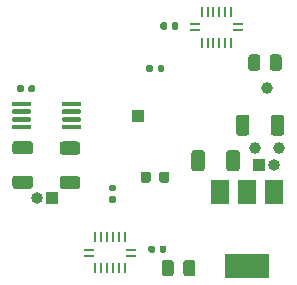
<source format=gbs>
G04 #@! TF.GenerationSoftware,KiCad,Pcbnew,(5.1.9-0-10_14)*
G04 #@! TF.CreationDate,2021-10-22T14:59:34+02:00*
G04 #@! TF.ProjectId,TFRAS_TOP,54465241-535f-4544-9f50-2e6b69636164,rev?*
G04 #@! TF.SameCoordinates,Original*
G04 #@! TF.FileFunction,Soldermask,Bot*
G04 #@! TF.FilePolarity,Negative*
%FSLAX46Y46*%
G04 Gerber Fmt 4.6, Leading zero omitted, Abs format (unit mm)*
G04 Created by KiCad (PCBNEW (5.1.9-0-10_14)) date 2021-10-22 14:59:34*
%MOMM*%
%LPD*%
G01*
G04 APERTURE LIST*
%ADD10R,0.240000X0.900000*%
%ADD11R,0.900000X0.240000*%
%ADD12O,1.000000X1.000000*%
%ADD13R,1.000000X1.000000*%
%ADD14R,1.500000X2.000000*%
%ADD15R,3.800000X2.000000*%
%ADD16C,0.990600*%
G04 APERTURE END LIST*
G36*
G01*
X34900000Y-43250001D02*
X34900000Y-42349999D01*
G75*
G02*
X35149999Y-42100000I249999J0D01*
G01*
X35675001Y-42100000D01*
G75*
G02*
X35925000Y-42349999I0J-249999D01*
G01*
X35925000Y-43250001D01*
G75*
G02*
X35675001Y-43500000I-249999J0D01*
G01*
X35149999Y-43500000D01*
G75*
G02*
X34900000Y-43250001I0J249999D01*
G01*
G37*
G36*
G01*
X33075000Y-43250001D02*
X33075000Y-42349999D01*
G75*
G02*
X33324999Y-42100000I249999J0D01*
G01*
X33850001Y-42100000D01*
G75*
G02*
X34100000Y-42349999I0J-249999D01*
G01*
X34100000Y-43250001D01*
G75*
G02*
X33850001Y-43500000I-249999J0D01*
G01*
X33324999Y-43500000D01*
G75*
G02*
X33075000Y-43250001I0J249999D01*
G01*
G37*
G36*
G01*
X42212500Y-25850001D02*
X42212500Y-24949999D01*
G75*
G02*
X42462499Y-24700000I249999J0D01*
G01*
X42987501Y-24700000D01*
G75*
G02*
X43237500Y-24949999I0J-249999D01*
G01*
X43237500Y-25850001D01*
G75*
G02*
X42987501Y-26100000I-249999J0D01*
G01*
X42462499Y-26100000D01*
G75*
G02*
X42212500Y-25850001I0J249999D01*
G01*
G37*
G36*
G01*
X40387500Y-25850001D02*
X40387500Y-24949999D01*
G75*
G02*
X40637499Y-24700000I249999J0D01*
G01*
X41162501Y-24700000D01*
G75*
G02*
X41412500Y-24949999I0J-249999D01*
G01*
X41412500Y-25850001D01*
G75*
G02*
X41162501Y-26100000I-249999J0D01*
G01*
X40637499Y-26100000D01*
G75*
G02*
X40387500Y-25850001I0J249999D01*
G01*
G37*
G36*
G01*
X22012500Y-28800000D02*
X22012500Y-29000000D01*
G75*
G02*
X21912500Y-29100000I-100000J0D01*
G01*
X20487500Y-29100000D01*
G75*
G02*
X20387500Y-29000000I0J100000D01*
G01*
X20387500Y-28800000D01*
G75*
G02*
X20487500Y-28700000I100000J0D01*
G01*
X21912500Y-28700000D01*
G75*
G02*
X22012500Y-28800000I0J-100000D01*
G01*
G37*
G36*
G01*
X22012500Y-29450000D02*
X22012500Y-29650000D01*
G75*
G02*
X21912500Y-29750000I-100000J0D01*
G01*
X20487500Y-29750000D01*
G75*
G02*
X20387500Y-29650000I0J100000D01*
G01*
X20387500Y-29450000D01*
G75*
G02*
X20487500Y-29350000I100000J0D01*
G01*
X21912500Y-29350000D01*
G75*
G02*
X22012500Y-29450000I0J-100000D01*
G01*
G37*
G36*
G01*
X22012500Y-30100000D02*
X22012500Y-30300000D01*
G75*
G02*
X21912500Y-30400000I-100000J0D01*
G01*
X20487500Y-30400000D01*
G75*
G02*
X20387500Y-30300000I0J100000D01*
G01*
X20387500Y-30100000D01*
G75*
G02*
X20487500Y-30000000I100000J0D01*
G01*
X21912500Y-30000000D01*
G75*
G02*
X22012500Y-30100000I0J-100000D01*
G01*
G37*
G36*
G01*
X22012500Y-30750000D02*
X22012500Y-30950000D01*
G75*
G02*
X21912500Y-31050000I-100000J0D01*
G01*
X20487500Y-31050000D01*
G75*
G02*
X20387500Y-30950000I0J100000D01*
G01*
X20387500Y-30750000D01*
G75*
G02*
X20487500Y-30650000I100000J0D01*
G01*
X21912500Y-30650000D01*
G75*
G02*
X22012500Y-30750000I0J-100000D01*
G01*
G37*
G36*
G01*
X26237500Y-30750000D02*
X26237500Y-30950000D01*
G75*
G02*
X26137500Y-31050000I-100000J0D01*
G01*
X24712500Y-31050000D01*
G75*
G02*
X24612500Y-30950000I0J100000D01*
G01*
X24612500Y-30750000D01*
G75*
G02*
X24712500Y-30650000I100000J0D01*
G01*
X26137500Y-30650000D01*
G75*
G02*
X26237500Y-30750000I0J-100000D01*
G01*
G37*
G36*
G01*
X26237500Y-30100000D02*
X26237500Y-30300000D01*
G75*
G02*
X26137500Y-30400000I-100000J0D01*
G01*
X24712500Y-30400000D01*
G75*
G02*
X24612500Y-30300000I0J100000D01*
G01*
X24612500Y-30100000D01*
G75*
G02*
X24712500Y-30000000I100000J0D01*
G01*
X26137500Y-30000000D01*
G75*
G02*
X26237500Y-30100000I0J-100000D01*
G01*
G37*
G36*
G01*
X26237500Y-29450000D02*
X26237500Y-29650000D01*
G75*
G02*
X26137500Y-29750000I-100000J0D01*
G01*
X24712500Y-29750000D01*
G75*
G02*
X24612500Y-29650000I0J100000D01*
G01*
X24612500Y-29450000D01*
G75*
G02*
X24712500Y-29350000I100000J0D01*
G01*
X26137500Y-29350000D01*
G75*
G02*
X26237500Y-29450000I0J-100000D01*
G01*
G37*
G36*
G01*
X26237500Y-28800000D02*
X26237500Y-29000000D01*
G75*
G02*
X26137500Y-29100000I-100000J0D01*
G01*
X24712500Y-29100000D01*
G75*
G02*
X24612500Y-29000000I0J100000D01*
G01*
X24612500Y-28800000D01*
G75*
G02*
X24712500Y-28700000I100000J0D01*
G01*
X26137500Y-28700000D01*
G75*
G02*
X26237500Y-28800000I0J-100000D01*
G01*
G37*
D10*
X36450000Y-23700000D03*
X36950000Y-23700000D03*
X37450000Y-23700000D03*
X37950000Y-23700000D03*
X38450000Y-23700000D03*
X38950000Y-23700000D03*
X38950000Y-21100000D03*
X38450000Y-21100000D03*
X37950000Y-21100000D03*
X37450000Y-21100000D03*
X36950000Y-21100000D03*
X36450000Y-21100000D03*
D11*
X35900000Y-22650000D03*
X39500000Y-22650000D03*
X39500000Y-22150000D03*
X35900000Y-22150000D03*
D12*
X42600000Y-34100000D03*
D13*
X41330000Y-34100000D03*
D12*
X22500000Y-36900000D03*
D13*
X23770000Y-36900000D03*
D10*
X29950000Y-40200000D03*
X29450000Y-40200000D03*
X28950000Y-40200000D03*
X28450000Y-40200000D03*
X27950000Y-40200000D03*
X27450000Y-40200000D03*
X27450000Y-42800000D03*
X27950000Y-42800000D03*
X28450000Y-42800000D03*
X28950000Y-42800000D03*
X29450000Y-42800000D03*
X29950000Y-42800000D03*
D11*
X30500000Y-41250000D03*
X26900000Y-41250000D03*
X26900000Y-41750000D03*
X30500000Y-41750000D03*
G36*
G01*
X25925001Y-33200000D02*
X24674999Y-33200000D01*
G75*
G02*
X24425000Y-32950001I0J249999D01*
G01*
X24425000Y-32324999D01*
G75*
G02*
X24674999Y-32075000I249999J0D01*
G01*
X25925001Y-32075000D01*
G75*
G02*
X26175000Y-32324999I0J-249999D01*
G01*
X26175000Y-32950001D01*
G75*
G02*
X25925001Y-33200000I-249999J0D01*
G01*
G37*
G36*
G01*
X25925001Y-36125000D02*
X24674999Y-36125000D01*
G75*
G02*
X24425000Y-35875001I0J249999D01*
G01*
X24425000Y-35249999D01*
G75*
G02*
X24674999Y-35000000I249999J0D01*
G01*
X25925001Y-35000000D01*
G75*
G02*
X26175000Y-35249999I0J-249999D01*
G01*
X26175000Y-35875001D01*
G75*
G02*
X25925001Y-36125000I-249999J0D01*
G01*
G37*
G36*
G01*
X21925001Y-33162500D02*
X20674999Y-33162500D01*
G75*
G02*
X20425000Y-32912501I0J249999D01*
G01*
X20425000Y-32287499D01*
G75*
G02*
X20674999Y-32037500I249999J0D01*
G01*
X21925001Y-32037500D01*
G75*
G02*
X22175000Y-32287499I0J-249999D01*
G01*
X22175000Y-32912501D01*
G75*
G02*
X21925001Y-33162500I-249999J0D01*
G01*
G37*
G36*
G01*
X21925001Y-36087500D02*
X20674999Y-36087500D01*
G75*
G02*
X20425000Y-35837501I0J249999D01*
G01*
X20425000Y-35212499D01*
G75*
G02*
X20674999Y-34962500I249999J0D01*
G01*
X21925001Y-34962500D01*
G75*
G02*
X22175000Y-35212499I0J-249999D01*
G01*
X22175000Y-35837501D01*
G75*
G02*
X21925001Y-36087500I-249999J0D01*
G01*
G37*
G36*
G01*
X38525000Y-34350001D02*
X38525000Y-33049999D01*
G75*
G02*
X38774999Y-32800000I249999J0D01*
G01*
X39425001Y-32800000D01*
G75*
G02*
X39675000Y-33049999I0J-249999D01*
G01*
X39675000Y-34350001D01*
G75*
G02*
X39425001Y-34600000I-249999J0D01*
G01*
X38774999Y-34600000D01*
G75*
G02*
X38525000Y-34350001I0J249999D01*
G01*
G37*
G36*
G01*
X35575000Y-34350001D02*
X35575000Y-33049999D01*
G75*
G02*
X35824999Y-32800000I249999J0D01*
G01*
X36475001Y-32800000D01*
G75*
G02*
X36725000Y-33049999I0J-249999D01*
G01*
X36725000Y-34350001D01*
G75*
G02*
X36475001Y-34600000I-249999J0D01*
G01*
X35824999Y-34600000D01*
G75*
G02*
X35575000Y-34350001I0J249999D01*
G01*
G37*
G36*
G01*
X40500000Y-30049999D02*
X40500000Y-31350001D01*
G75*
G02*
X40250001Y-31600000I-249999J0D01*
G01*
X39599999Y-31600000D01*
G75*
G02*
X39350000Y-31350001I0J249999D01*
G01*
X39350000Y-30049999D01*
G75*
G02*
X39599999Y-29800000I249999J0D01*
G01*
X40250001Y-29800000D01*
G75*
G02*
X40500000Y-30049999I0J-249999D01*
G01*
G37*
G36*
G01*
X43450000Y-30049999D02*
X43450000Y-31350001D01*
G75*
G02*
X43200001Y-31600000I-249999J0D01*
G01*
X42549999Y-31600000D01*
G75*
G02*
X42300000Y-31350001I0J249999D01*
G01*
X42300000Y-30049999D01*
G75*
G02*
X42549999Y-29800000I249999J0D01*
G01*
X43200001Y-29800000D01*
G75*
G02*
X43450000Y-30049999I0J-249999D01*
G01*
G37*
D14*
X38000000Y-36350000D03*
X42600000Y-36350000D03*
X40300000Y-36350000D03*
D15*
X40300000Y-42650000D03*
G36*
G01*
X32500000Y-41030000D02*
X32500000Y-41370000D01*
G75*
G02*
X32360000Y-41510000I-140000J0D01*
G01*
X32080000Y-41510000D01*
G75*
G02*
X31940000Y-41370000I0J140000D01*
G01*
X31940000Y-41030000D01*
G75*
G02*
X32080000Y-40890000I140000J0D01*
G01*
X32360000Y-40890000D01*
G75*
G02*
X32500000Y-41030000I0J-140000D01*
G01*
G37*
G36*
G01*
X33460000Y-41030000D02*
X33460000Y-41370000D01*
G75*
G02*
X33320000Y-41510000I-140000J0D01*
G01*
X33040000Y-41510000D01*
G75*
G02*
X32900000Y-41370000I0J140000D01*
G01*
X32900000Y-41030000D01*
G75*
G02*
X33040000Y-40890000I140000J0D01*
G01*
X33320000Y-40890000D01*
G75*
G02*
X33460000Y-41030000I0J-140000D01*
G01*
G37*
D13*
X31100000Y-29900000D03*
G36*
G01*
X33920000Y-22470000D02*
X33920000Y-22130000D01*
G75*
G02*
X34060000Y-21990000I140000J0D01*
G01*
X34340000Y-21990000D01*
G75*
G02*
X34480000Y-22130000I0J-140000D01*
G01*
X34480000Y-22470000D01*
G75*
G02*
X34340000Y-22610000I-140000J0D01*
G01*
X34060000Y-22610000D01*
G75*
G02*
X33920000Y-22470000I0J140000D01*
G01*
G37*
G36*
G01*
X32960000Y-22470000D02*
X32960000Y-22130000D01*
G75*
G02*
X33100000Y-21990000I140000J0D01*
G01*
X33380000Y-21990000D01*
G75*
G02*
X33520000Y-22130000I0J-140000D01*
G01*
X33520000Y-22470000D01*
G75*
G02*
X33380000Y-22610000I-140000J0D01*
G01*
X33100000Y-22610000D01*
G75*
G02*
X32960000Y-22470000I0J140000D01*
G01*
G37*
G36*
G01*
X32150000Y-34843750D02*
X32150000Y-35356250D01*
G75*
G02*
X31931250Y-35575000I-218750J0D01*
G01*
X31493750Y-35575000D01*
G75*
G02*
X31275000Y-35356250I0J218750D01*
G01*
X31275000Y-34843750D01*
G75*
G02*
X31493750Y-34625000I218750J0D01*
G01*
X31931250Y-34625000D01*
G75*
G02*
X32150000Y-34843750I0J-218750D01*
G01*
G37*
G36*
G01*
X33725000Y-34843750D02*
X33725000Y-35356250D01*
G75*
G02*
X33506250Y-35575000I-218750J0D01*
G01*
X33068750Y-35575000D01*
G75*
G02*
X32850000Y-35356250I0J218750D01*
G01*
X32850000Y-34843750D01*
G75*
G02*
X33068750Y-34625000I218750J0D01*
G01*
X33506250Y-34625000D01*
G75*
G02*
X33725000Y-34843750I0J-218750D01*
G01*
G37*
G36*
G01*
X32320000Y-25730000D02*
X32320000Y-26070000D01*
G75*
G02*
X32180000Y-26210000I-140000J0D01*
G01*
X31900000Y-26210000D01*
G75*
G02*
X31760000Y-26070000I0J140000D01*
G01*
X31760000Y-25730000D01*
G75*
G02*
X31900000Y-25590000I140000J0D01*
G01*
X32180000Y-25590000D01*
G75*
G02*
X32320000Y-25730000I0J-140000D01*
G01*
G37*
G36*
G01*
X33280000Y-25730000D02*
X33280000Y-26070000D01*
G75*
G02*
X33140000Y-26210000I-140000J0D01*
G01*
X32860000Y-26210000D01*
G75*
G02*
X32720000Y-26070000I0J140000D01*
G01*
X32720000Y-25730000D01*
G75*
G02*
X32860000Y-25590000I140000J0D01*
G01*
X33140000Y-25590000D01*
G75*
G02*
X33280000Y-25730000I0J-140000D01*
G01*
G37*
G36*
G01*
X28730000Y-36700000D02*
X29070000Y-36700000D01*
G75*
G02*
X29210000Y-36840000I0J-140000D01*
G01*
X29210000Y-37120000D01*
G75*
G02*
X29070000Y-37260000I-140000J0D01*
G01*
X28730000Y-37260000D01*
G75*
G02*
X28590000Y-37120000I0J140000D01*
G01*
X28590000Y-36840000D01*
G75*
G02*
X28730000Y-36700000I140000J0D01*
G01*
G37*
G36*
G01*
X28730000Y-35740000D02*
X29070000Y-35740000D01*
G75*
G02*
X29210000Y-35880000I0J-140000D01*
G01*
X29210000Y-36160000D01*
G75*
G02*
X29070000Y-36300000I-140000J0D01*
G01*
X28730000Y-36300000D01*
G75*
G02*
X28590000Y-36160000I0J140000D01*
G01*
X28590000Y-35880000D01*
G75*
G02*
X28730000Y-35740000I140000J0D01*
G01*
G37*
D16*
X41965000Y-27530000D03*
X40949000Y-32610000D03*
X42981000Y-32610000D03*
G36*
G01*
X22340000Y-27430000D02*
X22340000Y-27770000D01*
G75*
G02*
X22200000Y-27910000I-140000J0D01*
G01*
X21920000Y-27910000D01*
G75*
G02*
X21780000Y-27770000I0J140000D01*
G01*
X21780000Y-27430000D01*
G75*
G02*
X21920000Y-27290000I140000J0D01*
G01*
X22200000Y-27290000D01*
G75*
G02*
X22340000Y-27430000I0J-140000D01*
G01*
G37*
G36*
G01*
X21380000Y-27430000D02*
X21380000Y-27770000D01*
G75*
G02*
X21240000Y-27910000I-140000J0D01*
G01*
X20960000Y-27910000D01*
G75*
G02*
X20820000Y-27770000I0J140000D01*
G01*
X20820000Y-27430000D01*
G75*
G02*
X20960000Y-27290000I140000J0D01*
G01*
X21240000Y-27290000D01*
G75*
G02*
X21380000Y-27430000I0J-140000D01*
G01*
G37*
M02*

</source>
